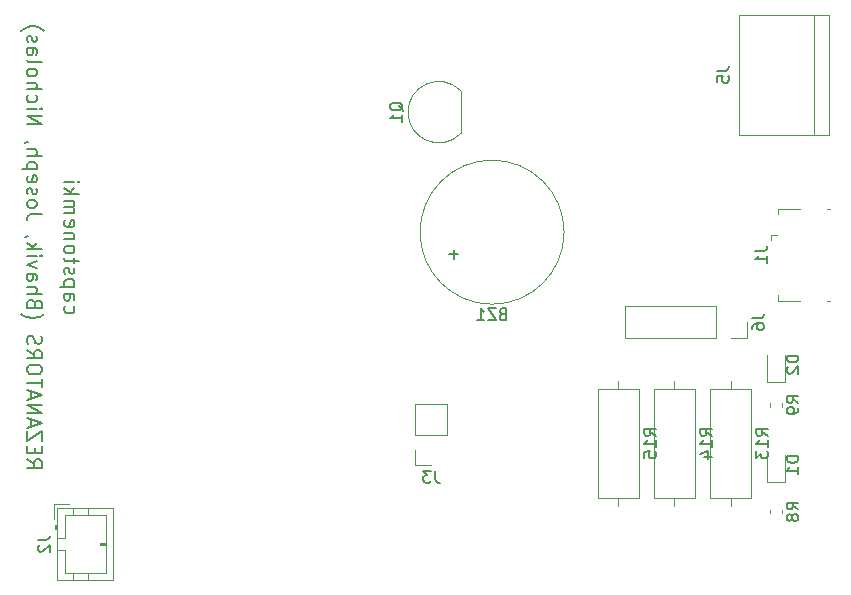
<source format=gbo>
G04 #@! TF.GenerationSoftware,KiCad,Pcbnew,(5.1.5)-3*
G04 #@! TF.CreationDate,2020-03-03T13:48:05-08:00*
G04 #@! TF.ProjectId,capstonemki,63617073-746f-46e6-956d-6b692e6b6963,rev?*
G04 #@! TF.SameCoordinates,Original*
G04 #@! TF.FileFunction,Legend,Bot*
G04 #@! TF.FilePolarity,Positive*
%FSLAX46Y46*%
G04 Gerber Fmt 4.6, Leading zero omitted, Abs format (unit mm)*
G04 Created by KiCad (PCBNEW (5.1.5)-3) date 2020-03-03 13:48:05*
%MOMM*%
%LPD*%
G04 APERTURE LIST*
%ADD10C,0.187500*%
%ADD11C,0.120000*%
%ADD12C,0.150000*%
G04 APERTURE END LIST*
D10*
X29339047Y-55165000D02*
X29279523Y-55284047D01*
X29279523Y-55522142D01*
X29339047Y-55641190D01*
X29398571Y-55700714D01*
X29517619Y-55760238D01*
X29874761Y-55760238D01*
X29993809Y-55700714D01*
X30053333Y-55641190D01*
X30112857Y-55522142D01*
X30112857Y-55284047D01*
X30053333Y-55165000D01*
X29279523Y-54093571D02*
X29934285Y-54093571D01*
X30053333Y-54153095D01*
X30112857Y-54272142D01*
X30112857Y-54510238D01*
X30053333Y-54629285D01*
X29339047Y-54093571D02*
X29279523Y-54212619D01*
X29279523Y-54510238D01*
X29339047Y-54629285D01*
X29458095Y-54688809D01*
X29577142Y-54688809D01*
X29696190Y-54629285D01*
X29755714Y-54510238D01*
X29755714Y-54212619D01*
X29815238Y-54093571D01*
X30112857Y-53498333D02*
X28862857Y-53498333D01*
X30053333Y-53498333D02*
X30112857Y-53379285D01*
X30112857Y-53141190D01*
X30053333Y-53022142D01*
X29993809Y-52962619D01*
X29874761Y-52903095D01*
X29517619Y-52903095D01*
X29398571Y-52962619D01*
X29339047Y-53022142D01*
X29279523Y-53141190D01*
X29279523Y-53379285D01*
X29339047Y-53498333D01*
X29339047Y-52426904D02*
X29279523Y-52307857D01*
X29279523Y-52069761D01*
X29339047Y-51950714D01*
X29458095Y-51891190D01*
X29517619Y-51891190D01*
X29636666Y-51950714D01*
X29696190Y-52069761D01*
X29696190Y-52248333D01*
X29755714Y-52367380D01*
X29874761Y-52426904D01*
X29934285Y-52426904D01*
X30053333Y-52367380D01*
X30112857Y-52248333D01*
X30112857Y-52069761D01*
X30053333Y-51950714D01*
X30112857Y-51534047D02*
X30112857Y-51057857D01*
X30529523Y-51355476D02*
X29458095Y-51355476D01*
X29339047Y-51295952D01*
X29279523Y-51176904D01*
X29279523Y-51057857D01*
X29279523Y-50462619D02*
X29339047Y-50581666D01*
X29398571Y-50641190D01*
X29517619Y-50700714D01*
X29874761Y-50700714D01*
X29993809Y-50641190D01*
X30053333Y-50581666D01*
X30112857Y-50462619D01*
X30112857Y-50284047D01*
X30053333Y-50165000D01*
X29993809Y-50105476D01*
X29874761Y-50045952D01*
X29517619Y-50045952D01*
X29398571Y-50105476D01*
X29339047Y-50165000D01*
X29279523Y-50284047D01*
X29279523Y-50462619D01*
X30112857Y-49510238D02*
X29279523Y-49510238D01*
X29993809Y-49510238D02*
X30053333Y-49450714D01*
X30112857Y-49331666D01*
X30112857Y-49153095D01*
X30053333Y-49034047D01*
X29934285Y-48974523D01*
X29279523Y-48974523D01*
X29339047Y-47903095D02*
X29279523Y-48022142D01*
X29279523Y-48260238D01*
X29339047Y-48379285D01*
X29458095Y-48438809D01*
X29934285Y-48438809D01*
X30053333Y-48379285D01*
X30112857Y-48260238D01*
X30112857Y-48022142D01*
X30053333Y-47903095D01*
X29934285Y-47843571D01*
X29815238Y-47843571D01*
X29696190Y-48438809D01*
X29279523Y-47307857D02*
X30112857Y-47307857D01*
X29993809Y-47307857D02*
X30053333Y-47248333D01*
X30112857Y-47129285D01*
X30112857Y-46950714D01*
X30053333Y-46831666D01*
X29934285Y-46772142D01*
X29279523Y-46772142D01*
X29934285Y-46772142D02*
X30053333Y-46712619D01*
X30112857Y-46593571D01*
X30112857Y-46415000D01*
X30053333Y-46295952D01*
X29934285Y-46236428D01*
X29279523Y-46236428D01*
X29279523Y-45641190D02*
X30529523Y-45641190D01*
X29755714Y-45522142D02*
X29279523Y-45165000D01*
X30112857Y-45165000D02*
X29636666Y-45641190D01*
X29279523Y-44629285D02*
X30112857Y-44629285D01*
X30529523Y-44629285D02*
X30470000Y-44688809D01*
X30410476Y-44629285D01*
X30470000Y-44569761D01*
X30529523Y-44629285D01*
X30410476Y-44629285D01*
X26104523Y-68141190D02*
X26699761Y-68557857D01*
X26104523Y-68855476D02*
X27354523Y-68855476D01*
X27354523Y-68379285D01*
X27295000Y-68260238D01*
X27235476Y-68200714D01*
X27116428Y-68141190D01*
X26937857Y-68141190D01*
X26818809Y-68200714D01*
X26759285Y-68260238D01*
X26699761Y-68379285D01*
X26699761Y-68855476D01*
X26759285Y-67605476D02*
X26759285Y-67188809D01*
X26104523Y-67010238D02*
X26104523Y-67605476D01*
X27354523Y-67605476D01*
X27354523Y-67010238D01*
X27354523Y-66593571D02*
X27354523Y-65760238D01*
X26104523Y-66593571D01*
X26104523Y-65760238D01*
X26461666Y-65343571D02*
X26461666Y-64748333D01*
X26104523Y-65462619D02*
X27354523Y-65045952D01*
X26104523Y-64629285D01*
X26104523Y-64212619D02*
X27354523Y-64212619D01*
X26104523Y-63498333D01*
X27354523Y-63498333D01*
X26461666Y-62962619D02*
X26461666Y-62367380D01*
X26104523Y-63081666D02*
X27354523Y-62665000D01*
X26104523Y-62248333D01*
X27354523Y-62010238D02*
X27354523Y-61295952D01*
X26104523Y-61653095D02*
X27354523Y-61653095D01*
X27354523Y-60641190D02*
X27354523Y-60403095D01*
X27295000Y-60284047D01*
X27175952Y-60165000D01*
X26937857Y-60105476D01*
X26521190Y-60105476D01*
X26283095Y-60165000D01*
X26164047Y-60284047D01*
X26104523Y-60403095D01*
X26104523Y-60641190D01*
X26164047Y-60760238D01*
X26283095Y-60879285D01*
X26521190Y-60938809D01*
X26937857Y-60938809D01*
X27175952Y-60879285D01*
X27295000Y-60760238D01*
X27354523Y-60641190D01*
X26104523Y-58855476D02*
X26699761Y-59272142D01*
X26104523Y-59569761D02*
X27354523Y-59569761D01*
X27354523Y-59093571D01*
X27295000Y-58974523D01*
X27235476Y-58915000D01*
X27116428Y-58855476D01*
X26937857Y-58855476D01*
X26818809Y-58915000D01*
X26759285Y-58974523D01*
X26699761Y-59093571D01*
X26699761Y-59569761D01*
X26164047Y-58379285D02*
X26104523Y-58200714D01*
X26104523Y-57903095D01*
X26164047Y-57784047D01*
X26223571Y-57724523D01*
X26342619Y-57665000D01*
X26461666Y-57665000D01*
X26580714Y-57724523D01*
X26640238Y-57784047D01*
X26699761Y-57903095D01*
X26759285Y-58141190D01*
X26818809Y-58260238D01*
X26878333Y-58319761D01*
X26997380Y-58379285D01*
X27116428Y-58379285D01*
X27235476Y-58319761D01*
X27295000Y-58260238D01*
X27354523Y-58141190D01*
X27354523Y-57843571D01*
X27295000Y-57665000D01*
X25628333Y-55819761D02*
X25687857Y-55879285D01*
X25866428Y-55998333D01*
X25985476Y-56057857D01*
X26164047Y-56117380D01*
X26461666Y-56176904D01*
X26699761Y-56176904D01*
X26997380Y-56117380D01*
X27175952Y-56057857D01*
X27295000Y-55998333D01*
X27473571Y-55879285D01*
X27533095Y-55819761D01*
X26759285Y-54926904D02*
X26699761Y-54748333D01*
X26640238Y-54688809D01*
X26521190Y-54629285D01*
X26342619Y-54629285D01*
X26223571Y-54688809D01*
X26164047Y-54748333D01*
X26104523Y-54867380D01*
X26104523Y-55343571D01*
X27354523Y-55343571D01*
X27354523Y-54926904D01*
X27295000Y-54807857D01*
X27235476Y-54748333D01*
X27116428Y-54688809D01*
X26997380Y-54688809D01*
X26878333Y-54748333D01*
X26818809Y-54807857D01*
X26759285Y-54926904D01*
X26759285Y-55343571D01*
X26104523Y-54093571D02*
X27354523Y-54093571D01*
X26104523Y-53557857D02*
X26759285Y-53557857D01*
X26878333Y-53617380D01*
X26937857Y-53736428D01*
X26937857Y-53915000D01*
X26878333Y-54034047D01*
X26818809Y-54093571D01*
X26104523Y-52426904D02*
X26759285Y-52426904D01*
X26878333Y-52486428D01*
X26937857Y-52605476D01*
X26937857Y-52843571D01*
X26878333Y-52962619D01*
X26164047Y-52426904D02*
X26104523Y-52545952D01*
X26104523Y-52843571D01*
X26164047Y-52962619D01*
X26283095Y-53022142D01*
X26402142Y-53022142D01*
X26521190Y-52962619D01*
X26580714Y-52843571D01*
X26580714Y-52545952D01*
X26640238Y-52426904D01*
X26937857Y-51950714D02*
X26104523Y-51653095D01*
X26937857Y-51355476D01*
X26104523Y-50879285D02*
X26937857Y-50879285D01*
X27354523Y-50879285D02*
X27295000Y-50938809D01*
X27235476Y-50879285D01*
X27295000Y-50819761D01*
X27354523Y-50879285D01*
X27235476Y-50879285D01*
X26104523Y-50284047D02*
X27354523Y-50284047D01*
X26580714Y-50165000D02*
X26104523Y-49807857D01*
X26937857Y-49807857D02*
X26461666Y-50284047D01*
X26164047Y-49212619D02*
X26104523Y-49212619D01*
X25985476Y-49272142D01*
X25925952Y-49331666D01*
X27354523Y-47367380D02*
X26461666Y-47367380D01*
X26283095Y-47426904D01*
X26164047Y-47545952D01*
X26104523Y-47724523D01*
X26104523Y-47843571D01*
X26104523Y-46593571D02*
X26164047Y-46712619D01*
X26223571Y-46772142D01*
X26342619Y-46831666D01*
X26699761Y-46831666D01*
X26818809Y-46772142D01*
X26878333Y-46712619D01*
X26937857Y-46593571D01*
X26937857Y-46415000D01*
X26878333Y-46295952D01*
X26818809Y-46236428D01*
X26699761Y-46176904D01*
X26342619Y-46176904D01*
X26223571Y-46236428D01*
X26164047Y-46295952D01*
X26104523Y-46415000D01*
X26104523Y-46593571D01*
X26164047Y-45700714D02*
X26104523Y-45581666D01*
X26104523Y-45343571D01*
X26164047Y-45224523D01*
X26283095Y-45165000D01*
X26342619Y-45165000D01*
X26461666Y-45224523D01*
X26521190Y-45343571D01*
X26521190Y-45522142D01*
X26580714Y-45641190D01*
X26699761Y-45700714D01*
X26759285Y-45700714D01*
X26878333Y-45641190D01*
X26937857Y-45522142D01*
X26937857Y-45343571D01*
X26878333Y-45224523D01*
X26164047Y-44153095D02*
X26104523Y-44272142D01*
X26104523Y-44510238D01*
X26164047Y-44629285D01*
X26283095Y-44688809D01*
X26759285Y-44688809D01*
X26878333Y-44629285D01*
X26937857Y-44510238D01*
X26937857Y-44272142D01*
X26878333Y-44153095D01*
X26759285Y-44093571D01*
X26640238Y-44093571D01*
X26521190Y-44688809D01*
X26937857Y-43557857D02*
X25687857Y-43557857D01*
X26878333Y-43557857D02*
X26937857Y-43438809D01*
X26937857Y-43200714D01*
X26878333Y-43081666D01*
X26818809Y-43022142D01*
X26699761Y-42962619D01*
X26342619Y-42962619D01*
X26223571Y-43022142D01*
X26164047Y-43081666D01*
X26104523Y-43200714D01*
X26104523Y-43438809D01*
X26164047Y-43557857D01*
X26104523Y-42426904D02*
X27354523Y-42426904D01*
X26104523Y-41891190D02*
X26759285Y-41891190D01*
X26878333Y-41950714D01*
X26937857Y-42069761D01*
X26937857Y-42248333D01*
X26878333Y-42367380D01*
X26818809Y-42426904D01*
X26164047Y-41236428D02*
X26104523Y-41236428D01*
X25985476Y-41295952D01*
X25925952Y-41355476D01*
X26104523Y-39748333D02*
X27354523Y-39748333D01*
X26104523Y-39034047D01*
X27354523Y-39034047D01*
X26104523Y-38438809D02*
X26937857Y-38438809D01*
X27354523Y-38438809D02*
X27295000Y-38498333D01*
X27235476Y-38438809D01*
X27295000Y-38379285D01*
X27354523Y-38438809D01*
X27235476Y-38438809D01*
X26164047Y-37307857D02*
X26104523Y-37426904D01*
X26104523Y-37665000D01*
X26164047Y-37784047D01*
X26223571Y-37843571D01*
X26342619Y-37903095D01*
X26699761Y-37903095D01*
X26818809Y-37843571D01*
X26878333Y-37784047D01*
X26937857Y-37665000D01*
X26937857Y-37426904D01*
X26878333Y-37307857D01*
X26104523Y-36772142D02*
X27354523Y-36772142D01*
X26104523Y-36236428D02*
X26759285Y-36236428D01*
X26878333Y-36295952D01*
X26937857Y-36415000D01*
X26937857Y-36593571D01*
X26878333Y-36712619D01*
X26818809Y-36772142D01*
X26104523Y-35462619D02*
X26164047Y-35581666D01*
X26223571Y-35641190D01*
X26342619Y-35700714D01*
X26699761Y-35700714D01*
X26818809Y-35641190D01*
X26878333Y-35581666D01*
X26937857Y-35462619D01*
X26937857Y-35284047D01*
X26878333Y-35165000D01*
X26818809Y-35105476D01*
X26699761Y-35045952D01*
X26342619Y-35045952D01*
X26223571Y-35105476D01*
X26164047Y-35165000D01*
X26104523Y-35284047D01*
X26104523Y-35462619D01*
X26104523Y-34331666D02*
X26164047Y-34450714D01*
X26283095Y-34510238D01*
X27354523Y-34510238D01*
X26104523Y-33319761D02*
X26759285Y-33319761D01*
X26878333Y-33379285D01*
X26937857Y-33498333D01*
X26937857Y-33736428D01*
X26878333Y-33855476D01*
X26164047Y-33319761D02*
X26104523Y-33438809D01*
X26104523Y-33736428D01*
X26164047Y-33855476D01*
X26283095Y-33915000D01*
X26402142Y-33915000D01*
X26521190Y-33855476D01*
X26580714Y-33736428D01*
X26580714Y-33438809D01*
X26640238Y-33319761D01*
X26164047Y-32784047D02*
X26104523Y-32665000D01*
X26104523Y-32426904D01*
X26164047Y-32307857D01*
X26283095Y-32248333D01*
X26342619Y-32248333D01*
X26461666Y-32307857D01*
X26521190Y-32426904D01*
X26521190Y-32605476D01*
X26580714Y-32724523D01*
X26699761Y-32784047D01*
X26759285Y-32784047D01*
X26878333Y-32724523D01*
X26937857Y-32605476D01*
X26937857Y-32426904D01*
X26878333Y-32307857D01*
X25628333Y-31831666D02*
X25687857Y-31772142D01*
X25866428Y-31653095D01*
X25985476Y-31593571D01*
X26164047Y-31534047D01*
X26461666Y-31474523D01*
X26699761Y-31474523D01*
X26997380Y-31534047D01*
X27175952Y-31593571D01*
X27295000Y-31653095D01*
X27473571Y-31772142D01*
X27533095Y-31831666D01*
D11*
X71580000Y-48895000D02*
G75*
G03X71580000Y-48895000I-6100000J0D01*
G01*
X76175000Y-61455000D02*
X76175000Y-62145000D01*
X76175000Y-72075000D02*
X76175000Y-71385000D01*
X77895000Y-62145000D02*
X77895000Y-71385000D01*
X74455000Y-62145000D02*
X77895000Y-62145000D01*
X74455000Y-71385000D02*
X74455000Y-62145000D01*
X77895000Y-71385000D02*
X74455000Y-71385000D01*
X80925000Y-61455000D02*
X80925000Y-62145000D01*
X80925000Y-72075000D02*
X80925000Y-71385000D01*
X82645000Y-62145000D02*
X82645000Y-71385000D01*
X79205000Y-62145000D02*
X82645000Y-62145000D01*
X79205000Y-71385000D02*
X79205000Y-62145000D01*
X82645000Y-71385000D02*
X79205000Y-71385000D01*
X85675000Y-61455000D02*
X85675000Y-62145000D01*
X85675000Y-72075000D02*
X85675000Y-71385000D01*
X87395000Y-62145000D02*
X87395000Y-71385000D01*
X83955000Y-62145000D02*
X87395000Y-62145000D01*
X83955000Y-71385000D02*
X83955000Y-62145000D01*
X87395000Y-71385000D02*
X83955000Y-71385000D01*
X87055000Y-57845000D02*
X87055000Y-56515000D01*
X85725000Y-57845000D02*
X87055000Y-57845000D01*
X84455000Y-57845000D02*
X84455000Y-55185000D01*
X84455000Y-55185000D02*
X76775000Y-55185000D01*
X84455000Y-57845000D02*
X76775000Y-57845000D01*
X76775000Y-57845000D02*
X76775000Y-55185000D01*
X62798478Y-40573478D02*
G75*
G02X58360000Y-38735000I-1838478J1838478D01*
G01*
X62798478Y-36896522D02*
G75*
G03X58360000Y-38735000I-1838478J-1838478D01*
G01*
X62810000Y-36935000D02*
X62810000Y-40535000D01*
X93980000Y-30480000D02*
X93980000Y-40640000D01*
X86360000Y-30480000D02*
X93980000Y-30480000D01*
X86360000Y-40640000D02*
X86360000Y-30480000D01*
X93980000Y-40640000D02*
X86360000Y-40640000D01*
X92710000Y-40640000D02*
X92710000Y-30480000D01*
X58995000Y-68640000D02*
X60325000Y-68640000D01*
X58995000Y-67310000D02*
X58995000Y-68640000D01*
X58995000Y-66040000D02*
X61655000Y-66040000D01*
X61655000Y-66040000D02*
X61655000Y-63440000D01*
X58995000Y-66040000D02*
X58995000Y-63440000D01*
X58995000Y-63440000D02*
X61655000Y-63440000D01*
X89127500Y-49100000D02*
X89577500Y-49100000D01*
X89127500Y-49100000D02*
X89127500Y-49550000D01*
X89677500Y-54700000D02*
X89677500Y-54250000D01*
X91527500Y-54700000D02*
X89677500Y-54700000D01*
X94077500Y-46900000D02*
X93827500Y-46900000D01*
X94077500Y-54700000D02*
X93827500Y-54700000D01*
X91527500Y-46900000D02*
X89677500Y-46900000D01*
X89677500Y-46900000D02*
X89677500Y-47350000D01*
X28370000Y-71935000D02*
X29620000Y-71935000D01*
X28370000Y-73185000D02*
X28370000Y-71935000D01*
X32780000Y-75295000D02*
X32280000Y-75295000D01*
X32280000Y-75395000D02*
X32780000Y-75395000D01*
X32280000Y-75195000D02*
X32280000Y-75395000D01*
X32780000Y-75195000D02*
X32280000Y-75195000D01*
X31280000Y-78355000D02*
X31280000Y-77745000D01*
X29980000Y-78355000D02*
X29980000Y-77745000D01*
X31280000Y-72235000D02*
X31280000Y-72845000D01*
X29980000Y-72235000D02*
X29980000Y-72845000D01*
X29280000Y-75795000D02*
X28670000Y-75795000D01*
X29280000Y-77745000D02*
X29280000Y-75795000D01*
X32780000Y-77745000D02*
X29280000Y-77745000D01*
X32780000Y-72845000D02*
X32780000Y-77745000D01*
X29280000Y-72845000D02*
X32780000Y-72845000D01*
X29280000Y-74795000D02*
X29280000Y-72845000D01*
X28670000Y-74795000D02*
X29280000Y-74795000D01*
X28570000Y-73995000D02*
X28570000Y-73695000D01*
X28470000Y-73695000D02*
X28670000Y-73695000D01*
X28470000Y-73995000D02*
X28470000Y-73695000D01*
X28670000Y-73995000D02*
X28470000Y-73995000D01*
X28670000Y-78355000D02*
X28670000Y-72235000D01*
X33390000Y-78355000D02*
X28670000Y-78355000D01*
X33390000Y-72235000D02*
X33390000Y-78355000D01*
X28670000Y-72235000D02*
X33390000Y-72235000D01*
X88800000Y-61570000D02*
X88800000Y-59285000D01*
X90270000Y-61570000D02*
X88800000Y-61570000D01*
X90270000Y-59285000D02*
X90270000Y-61570000D01*
X88800000Y-70065000D02*
X88800000Y-67780000D01*
X90270000Y-70065000D02*
X88800000Y-70065000D01*
X90270000Y-67780000D02*
X90270000Y-70065000D01*
X89025000Y-63662779D02*
X89025000Y-63337221D01*
X90045000Y-63662779D02*
X90045000Y-63337221D01*
X89025000Y-72705279D02*
X89025000Y-72379721D01*
X90045000Y-72705279D02*
X90045000Y-72379721D01*
D12*
X66360952Y-55823571D02*
X66218095Y-55871190D01*
X66170476Y-55918809D01*
X66122857Y-56014047D01*
X66122857Y-56156904D01*
X66170476Y-56252142D01*
X66218095Y-56299761D01*
X66313333Y-56347380D01*
X66694285Y-56347380D01*
X66694285Y-55347380D01*
X66360952Y-55347380D01*
X66265714Y-55395000D01*
X66218095Y-55442619D01*
X66170476Y-55537857D01*
X66170476Y-55633095D01*
X66218095Y-55728333D01*
X66265714Y-55775952D01*
X66360952Y-55823571D01*
X66694285Y-55823571D01*
X65789523Y-55347380D02*
X65122857Y-55347380D01*
X65789523Y-56347380D01*
X65122857Y-56347380D01*
X64218095Y-56347380D02*
X64789523Y-56347380D01*
X64503809Y-56347380D02*
X64503809Y-55347380D01*
X64599047Y-55490238D01*
X64694285Y-55585476D01*
X64789523Y-55633095D01*
X62610952Y-50766428D02*
X61849047Y-50766428D01*
X62230000Y-51147380D02*
X62230000Y-50385476D01*
X79347380Y-66122142D02*
X78871190Y-65788809D01*
X79347380Y-65550714D02*
X78347380Y-65550714D01*
X78347380Y-65931666D01*
X78395000Y-66026904D01*
X78442619Y-66074523D01*
X78537857Y-66122142D01*
X78680714Y-66122142D01*
X78775952Y-66074523D01*
X78823571Y-66026904D01*
X78871190Y-65931666D01*
X78871190Y-65550714D01*
X79347380Y-67074523D02*
X79347380Y-66503095D01*
X79347380Y-66788809D02*
X78347380Y-66788809D01*
X78490238Y-66693571D01*
X78585476Y-66598333D01*
X78633095Y-66503095D01*
X78347380Y-67979285D02*
X78347380Y-67503095D01*
X78823571Y-67455476D01*
X78775952Y-67503095D01*
X78728333Y-67598333D01*
X78728333Y-67836428D01*
X78775952Y-67931666D01*
X78823571Y-67979285D01*
X78918809Y-68026904D01*
X79156904Y-68026904D01*
X79252142Y-67979285D01*
X79299761Y-67931666D01*
X79347380Y-67836428D01*
X79347380Y-67598333D01*
X79299761Y-67503095D01*
X79252142Y-67455476D01*
X84097380Y-66122142D02*
X83621190Y-65788809D01*
X84097380Y-65550714D02*
X83097380Y-65550714D01*
X83097380Y-65931666D01*
X83145000Y-66026904D01*
X83192619Y-66074523D01*
X83287857Y-66122142D01*
X83430714Y-66122142D01*
X83525952Y-66074523D01*
X83573571Y-66026904D01*
X83621190Y-65931666D01*
X83621190Y-65550714D01*
X84097380Y-67074523D02*
X84097380Y-66503095D01*
X84097380Y-66788809D02*
X83097380Y-66788809D01*
X83240238Y-66693571D01*
X83335476Y-66598333D01*
X83383095Y-66503095D01*
X83430714Y-67931666D02*
X84097380Y-67931666D01*
X83049761Y-67693571D02*
X83764047Y-67455476D01*
X83764047Y-68074523D01*
X88847380Y-66122142D02*
X88371190Y-65788809D01*
X88847380Y-65550714D02*
X87847380Y-65550714D01*
X87847380Y-65931666D01*
X87895000Y-66026904D01*
X87942619Y-66074523D01*
X88037857Y-66122142D01*
X88180714Y-66122142D01*
X88275952Y-66074523D01*
X88323571Y-66026904D01*
X88371190Y-65931666D01*
X88371190Y-65550714D01*
X88847380Y-67074523D02*
X88847380Y-66503095D01*
X88847380Y-66788809D02*
X87847380Y-66788809D01*
X87990238Y-66693571D01*
X88085476Y-66598333D01*
X88133095Y-66503095D01*
X87847380Y-67407857D02*
X87847380Y-68026904D01*
X88228333Y-67693571D01*
X88228333Y-67836428D01*
X88275952Y-67931666D01*
X88323571Y-67979285D01*
X88418809Y-68026904D01*
X88656904Y-68026904D01*
X88752142Y-67979285D01*
X88799761Y-67931666D01*
X88847380Y-67836428D01*
X88847380Y-67550714D01*
X88799761Y-67455476D01*
X88752142Y-67407857D01*
X87507380Y-56181666D02*
X88221666Y-56181666D01*
X88364523Y-56134047D01*
X88459761Y-56038809D01*
X88507380Y-55895952D01*
X88507380Y-55800714D01*
X87507380Y-57086428D02*
X87507380Y-56895952D01*
X87555000Y-56800714D01*
X87602619Y-56753095D01*
X87745476Y-56657857D01*
X87935952Y-56610238D01*
X88316904Y-56610238D01*
X88412142Y-56657857D01*
X88459761Y-56705476D01*
X88507380Y-56800714D01*
X88507380Y-56991190D01*
X88459761Y-57086428D01*
X88412142Y-57134047D01*
X88316904Y-57181666D01*
X88078809Y-57181666D01*
X87983571Y-57134047D01*
X87935952Y-57086428D01*
X87888333Y-56991190D01*
X87888333Y-56800714D01*
X87935952Y-56705476D01*
X87983571Y-56657857D01*
X88078809Y-56610238D01*
X57947619Y-38639761D02*
X57900000Y-38544523D01*
X57804761Y-38449285D01*
X57661904Y-38306428D01*
X57614285Y-38211190D01*
X57614285Y-38115952D01*
X57852380Y-38163571D02*
X57804761Y-38068333D01*
X57709523Y-37973095D01*
X57519047Y-37925476D01*
X57185714Y-37925476D01*
X56995238Y-37973095D01*
X56900000Y-38068333D01*
X56852380Y-38163571D01*
X56852380Y-38354047D01*
X56900000Y-38449285D01*
X56995238Y-38544523D01*
X57185714Y-38592142D01*
X57519047Y-38592142D01*
X57709523Y-38544523D01*
X57804761Y-38449285D01*
X57852380Y-38354047D01*
X57852380Y-38163571D01*
X57852380Y-39544523D02*
X57852380Y-38973095D01*
X57852380Y-39258809D02*
X56852380Y-39258809D01*
X56995238Y-39163571D01*
X57090476Y-39068333D01*
X57138095Y-38973095D01*
X84542380Y-35226666D02*
X85256666Y-35226666D01*
X85399523Y-35179047D01*
X85494761Y-35083809D01*
X85542380Y-34940952D01*
X85542380Y-34845714D01*
X84542380Y-36179047D02*
X84542380Y-35702857D01*
X85018571Y-35655238D01*
X84970952Y-35702857D01*
X84923333Y-35798095D01*
X84923333Y-36036190D01*
X84970952Y-36131428D01*
X85018571Y-36179047D01*
X85113809Y-36226666D01*
X85351904Y-36226666D01*
X85447142Y-36179047D01*
X85494761Y-36131428D01*
X85542380Y-36036190D01*
X85542380Y-35798095D01*
X85494761Y-35702857D01*
X85447142Y-35655238D01*
X60658333Y-69092380D02*
X60658333Y-69806666D01*
X60705952Y-69949523D01*
X60801190Y-70044761D01*
X60944047Y-70092380D01*
X61039285Y-70092380D01*
X60277380Y-69092380D02*
X59658333Y-69092380D01*
X59991666Y-69473333D01*
X59848809Y-69473333D01*
X59753571Y-69520952D01*
X59705952Y-69568571D01*
X59658333Y-69663809D01*
X59658333Y-69901904D01*
X59705952Y-69997142D01*
X59753571Y-70044761D01*
X59848809Y-70092380D01*
X60134523Y-70092380D01*
X60229761Y-70044761D01*
X60277380Y-69997142D01*
X87779880Y-50466666D02*
X88494166Y-50466666D01*
X88637023Y-50419047D01*
X88732261Y-50323809D01*
X88779880Y-50180952D01*
X88779880Y-50085714D01*
X88779880Y-51466666D02*
X88779880Y-50895238D01*
X88779880Y-51180952D02*
X87779880Y-51180952D01*
X87922738Y-51085714D01*
X88017976Y-50990476D01*
X88065595Y-50895238D01*
X27032380Y-74961666D02*
X27746666Y-74961666D01*
X27889523Y-74914047D01*
X27984761Y-74818809D01*
X28032380Y-74675952D01*
X28032380Y-74580714D01*
X27127619Y-75390238D02*
X27080000Y-75437857D01*
X27032380Y-75533095D01*
X27032380Y-75771190D01*
X27080000Y-75866428D01*
X27127619Y-75914047D01*
X27222857Y-75961666D01*
X27318095Y-75961666D01*
X27460952Y-75914047D01*
X28032380Y-75342619D01*
X28032380Y-75961666D01*
X91417380Y-59346904D02*
X90417380Y-59346904D01*
X90417380Y-59585000D01*
X90465000Y-59727857D01*
X90560238Y-59823095D01*
X90655476Y-59870714D01*
X90845952Y-59918333D01*
X90988809Y-59918333D01*
X91179285Y-59870714D01*
X91274523Y-59823095D01*
X91369761Y-59727857D01*
X91417380Y-59585000D01*
X91417380Y-59346904D01*
X90512619Y-60299285D02*
X90465000Y-60346904D01*
X90417380Y-60442142D01*
X90417380Y-60680238D01*
X90465000Y-60775476D01*
X90512619Y-60823095D01*
X90607857Y-60870714D01*
X90703095Y-60870714D01*
X90845952Y-60823095D01*
X91417380Y-60251666D01*
X91417380Y-60870714D01*
X91417380Y-67841904D02*
X90417380Y-67841904D01*
X90417380Y-68080000D01*
X90465000Y-68222857D01*
X90560238Y-68318095D01*
X90655476Y-68365714D01*
X90845952Y-68413333D01*
X90988809Y-68413333D01*
X91179285Y-68365714D01*
X91274523Y-68318095D01*
X91369761Y-68222857D01*
X91417380Y-68080000D01*
X91417380Y-67841904D01*
X91417380Y-69365714D02*
X91417380Y-68794285D01*
X91417380Y-69080000D02*
X90417380Y-69080000D01*
X90560238Y-68984761D01*
X90655476Y-68889523D01*
X90703095Y-68794285D01*
X91417380Y-63333333D02*
X90941190Y-63000000D01*
X91417380Y-62761904D02*
X90417380Y-62761904D01*
X90417380Y-63142857D01*
X90465000Y-63238095D01*
X90512619Y-63285714D01*
X90607857Y-63333333D01*
X90750714Y-63333333D01*
X90845952Y-63285714D01*
X90893571Y-63238095D01*
X90941190Y-63142857D01*
X90941190Y-62761904D01*
X91417380Y-63809523D02*
X91417380Y-64000000D01*
X91369761Y-64095238D01*
X91322142Y-64142857D01*
X91179285Y-64238095D01*
X90988809Y-64285714D01*
X90607857Y-64285714D01*
X90512619Y-64238095D01*
X90465000Y-64190476D01*
X90417380Y-64095238D01*
X90417380Y-63904761D01*
X90465000Y-63809523D01*
X90512619Y-63761904D01*
X90607857Y-63714285D01*
X90845952Y-63714285D01*
X90941190Y-63761904D01*
X90988809Y-63809523D01*
X91036428Y-63904761D01*
X91036428Y-64095238D01*
X90988809Y-64190476D01*
X90941190Y-64238095D01*
X90845952Y-64285714D01*
X91417380Y-72375833D02*
X90941190Y-72042500D01*
X91417380Y-71804404D02*
X90417380Y-71804404D01*
X90417380Y-72185357D01*
X90465000Y-72280595D01*
X90512619Y-72328214D01*
X90607857Y-72375833D01*
X90750714Y-72375833D01*
X90845952Y-72328214D01*
X90893571Y-72280595D01*
X90941190Y-72185357D01*
X90941190Y-71804404D01*
X90845952Y-72947261D02*
X90798333Y-72852023D01*
X90750714Y-72804404D01*
X90655476Y-72756785D01*
X90607857Y-72756785D01*
X90512619Y-72804404D01*
X90465000Y-72852023D01*
X90417380Y-72947261D01*
X90417380Y-73137738D01*
X90465000Y-73232976D01*
X90512619Y-73280595D01*
X90607857Y-73328214D01*
X90655476Y-73328214D01*
X90750714Y-73280595D01*
X90798333Y-73232976D01*
X90845952Y-73137738D01*
X90845952Y-72947261D01*
X90893571Y-72852023D01*
X90941190Y-72804404D01*
X91036428Y-72756785D01*
X91226904Y-72756785D01*
X91322142Y-72804404D01*
X91369761Y-72852023D01*
X91417380Y-72947261D01*
X91417380Y-73137738D01*
X91369761Y-73232976D01*
X91322142Y-73280595D01*
X91226904Y-73328214D01*
X91036428Y-73328214D01*
X90941190Y-73280595D01*
X90893571Y-73232976D01*
X90845952Y-73137738D01*
M02*

</source>
